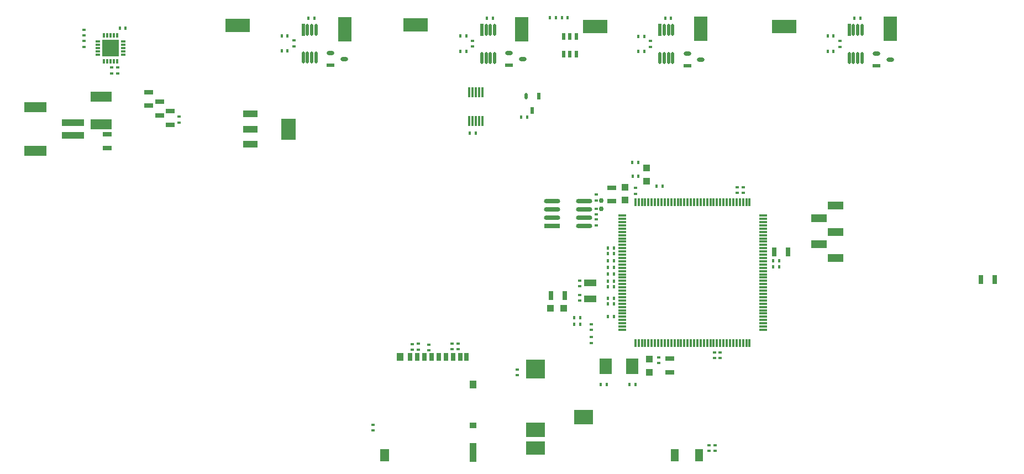
<source format=gbp>
%FSLAX33Y33*%
%MOMM*%
%AMRect-W370710-H570710-RO1.500*
21,1,0.37071,0.57071,0.,0.,90*%
%AMRR-H610710-W1188281-R305355-RO0.000*
21,1,0.577571,0.61071,0.,0.,360*
1,1,0.61071,-0.2887855,0.*
1,1,0.61071,0.2887855,0.*
1,1,0.61071,0.2887855,-0.*
1,1,0.61071,-0.2887855,0.*%
%AMRect-W370710-H570710-RO1.000*
21,1,0.37071,0.57071,0.,0.,180*%
%AMRect-W1856504-H497986-RO0.500*
21,1,1.856504,0.497986,0.,0.,270*%
%AMRR-H497986-W1856504-R248993-RO0.500*
21,1,1.358518,0.497986,0.,0.,270*
1,1,0.497986,0.,0.679259*
1,1,0.497986,0.,-0.679259*
1,1,0.497986,-0.,-0.679259*
1,1,0.497986,-0.,0.679259*%
%AMRect-W700000-H1200000-RO1.000*
21,1,0.7,1.2,0.,0.,180*%
%AMRect-W1000000-H1200000-RO1.000*
21,1,1.,1.2,0.,0.,180*%
%AMRect-W1000000-H800000-RO1.000*
21,1,1.,0.8,0.,0.,180*%
%AMRect-W1300000-H1900000-RO1.000*
21,1,1.3,1.9,0.,0.,180*%
%AMRect-W1000000-H2800000-RO1.000*
21,1,1.,2.8,0.,0.,180*%
%AMRect-W370710-H570710-RO0.500*
21,1,0.37071,0.57071,0.,0.,270*%
%AMRect-W670710-H1320710-RO1.500*
21,1,0.67071,1.32071,0.,0.,90*%
%AMRect-W1000000-H1800000-RO0.500*
21,1,1.,1.8,0.,0.,270*%
%AMRect-W2000000-H3800000-RO0.500*
21,1,2.,3.8,0.,0.,270*%
%AMRect-W2000000-H3800000-RO1.500*
21,1,2.,3.8,0.,0.,90*%
%AMRR-H535710-W1000710-R267855-RO0.500*
21,1,0.465,0.53571,0.,0.,270*
1,1,0.53571,0.,0.2325*
1,1,0.53571,0.,-0.2325*
1,1,0.53571,-0.,-0.2325*
1,1,0.53571,-0.,0.2325*%
%AMRect-W1000710-H535710-RO0.500*
21,1,1.00071,0.53571,0.,0.,270*%
%AMRect-W1000000-H1000000-RO0.500*
21,1,1.,1.,0.,0.,270*%
%AMRR-H663541-W2486025-R331770-RO0.000*
21,1,1.822485,0.663541,0.,0.,360*
21,1,2.486025,0.000001,0.,0.,360*
1,1,0.66354,-0.9112425,0.0000005*
1,1,0.66354,0.9112425,0.0000005*
1,1,0.66354,0.9112425,-0.0000005*
1,1,0.66354,-0.9112425,-0.0000005*%
%AMRect-W670710-H1320710-RO1.000*
21,1,0.67071,1.32071,0.,0.,180*%
%AMRect-W670710-H1320710-RO0.500*
21,1,0.67071,1.32071,0.,0.,270*%
%AMRect-W300000-H1200000-RO1.000*
21,1,0.3,1.2,0.,0.,180*%
%AMRect-W1200000-H300000-RO1.000*
21,1,1.2,0.3,0.,0.,180*%
%AMRect-W1500000-H3200000-RO0.500*
21,1,1.5,3.2,0.,0.,270*%
%AMRect-W1140000-H2290000-RO1.500*
21,1,1.14,2.29,0.,0.,90*%
%AMRect-W2500000-H2500000-RO0.500*
21,1,2.5,2.5,0.,0.,270*%
%AMRect-W730000-H300000-RO0.500*
21,1,0.73,0.3,0.,0.,270*%
%AMRect-W300000-H730000-RO0.500*
21,1,0.3,0.73,0.,0.,270*%
%AMRR-H750000-W750000-R375000-RO1.000*
1,1,0.75,0.,-0.*
1,1,0.75,-0.,-0.*
1,1,0.75,-0.,0.*
1,1,0.75,0.,0.*%
%AMRect-W1000000-H1000000-RO1.500*
21,1,1.,1.,0.,0.,90*%
%AMRect-W950000-H2150000-RO1.500*
21,1,0.95,2.15,0.,0.,90*%
%AMRect-W3250000-H2150000-RO1.500*
21,1,3.25,2.15,0.,0.,90*%
%AMRect-W2200000-H2800000-RO1.500*
21,1,2.2,2.8,0.,0.,90*%
%AMRect-W2800000-H2800000-RO1.500*
21,1,2.8,2.8,0.,0.,90*%
%AMRect-W2000000-H2800000-RO1.500*
21,1,2.,2.8,0.,0.,90*%
%AMRect-W1450000-H300000-RO0.500*
21,1,1.45,0.3,0.,0.,270*%
%ADD10Rect-W370710-H570710-RO1.500*%
%ADD11R,1.188281X0.61071*%
%ADD12RR-H610710-W1188281-R305355-RO0.000*%
%ADD13R,0.37071X0.57071*%
%ADD14Rect-W370710-H570710-RO1.000*%
%ADD15R,2.X3.8*%
%ADD16Rect-W1856504-H497986-RO0.500*%
%ADD17RR-H497986-W1856504-R248993-RO0.500*%
%ADD18Rect-W700000-H1200000-RO1.000*%
%ADD19Rect-W1000000-H1200000-RO1.000*%
%ADD20Rect-W1000000-H800000-RO1.000*%
%ADD21Rect-W1300000-H1900000-RO1.000*%
%ADD22Rect-W1000000-H2800000-RO1.000*%
%ADD23R,0.6X1.05*%
%ADD24Rect-W370710-H570710-RO0.500*%
%ADD25Rect-W670710-H1320710-RO1.500*%
%ADD26Rect-W1000000-H1800000-RO0.500*%
%ADD27Rect-W2000000-H3800000-RO0.500*%
%ADD28Rect-W2000000-H3800000-RO1.500*%
%ADD29RR-H535710-W1000710-R267855-RO0.500*%
%ADD30Rect-W1000710-H535710-RO0.500*%
%ADD31R,0.67071X1.32071*%
%ADD32R,1.291421X1.844948*%
%ADD33Rect-W1000000-H1000000-RO0.500*%
%ADD34R,2.486025X0.663541*%
%ADD35RR-H663541-W2486025-R331770-RO0.000*%
%ADD36Rect-W670710-H1320710-RO1.000*%
%ADD37Rect-W670710-H1320710-RO0.500*%
%ADD38Rect-W300000-H1200000-RO1.000*%
%ADD39Rect-W1200000-H300000-RO1.000*%
%ADD40Rect-W1500000-H3200000-RO0.500*%
%ADD41R,3.4X1.5*%
%ADD42R,3.5X1.*%
%ADD43Rect-W1140000-H2290000-RO1.500*%
%ADD44Rect-W2500000-H2500000-RO0.500*%
%ADD45Rect-W730000-H300000-RO0.500*%
%ADD46Rect-W300000-H730000-RO0.500*%
%ADD47RR-H750000-W750000-R375000-RO1.000*%
%ADD48Rect-W1000000-H1000000-RO1.500*%
%ADD49Rect-W950000-H2150000-RO1.500*%
%ADD50Rect-W3250000-H2150000-RO1.500*%
%ADD51R,1.9X2.4*%
%ADD52R,1.X1.*%
%ADD53Rect-W2200000-H2800000-RO1.500*%
%ADD54Rect-W2800000-H2800000-RO1.500*%
%ADD55Rect-W2000000-H2800000-RO1.500*%
%ADD56Rect-W1450000-H300000-RO0.500*%
D10*
%LNbottom paste_traces*%
%LNbottom paste component 6c77fb6828285894*%
G01*
X106325Y2075D03*
X106325Y2975D03*
%LNbottom paste component 57deb66949abf7f3*%
D11*
X102071Y61106D03*
D12*
X102071Y63006D03*
X104153Y62056D03*
%LNbottom paste component 103f1e833a8ae606*%
D13*
X84745Y21520D03*
X85645Y21520D03*
%LNbottom paste component 1a345c029338c5b0*%
X88816Y12295D03*
X89716Y12295D03*
%LNbottom paste component 9cc461a22457ed88*%
D14*
X98280Y42639D03*
X97380Y42639D03*
%LNbottom paste component dd1c5f44bff21e91*%
X85645Y22520D03*
X84745Y22520D03*
%LNbottom paste component 6625cb58229ce1a0*%
D13*
X89945Y27215D03*
X90845Y27215D03*
%LNbottom paste component e81b5fe52f0ffbc8*%
D15*
X104118Y66746D03*
%LNbottom paste component 376bf2a3b6f850f5*%
D13*
X98695Y68351D03*
X99595Y68351D03*
%LNbottom paste component c319054bbb44535d*%
D10*
X107130Y16305D03*
X107130Y17205D03*
%LNbottom paste component 9e20696bf75aee58*%
D13*
X89945Y32360D03*
X90845Y32360D03*
%LNbottom paste component aebf7640576b29f4*%
D10*
X88124Y38296D03*
X88124Y39196D03*
%LNbottom paste component 662934c5ea040131*%
D16*
X126889Y66580D03*
D17*
X127539Y66580D03*
X128189Y66580D03*
X128839Y66580D03*
X128839Y62278D03*
X128189Y62278D03*
X127539Y62278D03*
X126889Y62278D03*
%LNbottom paste component 271cc731edb2a7cc*%
D13*
X39947Y65709D03*
X40847Y65709D03*
%LNbottom paste component a6c9556ca11762e2*%
X89945Y31230D03*
X90845Y31230D03*
%LNbottom paste component ffe99316bcc25094*%
D18*
X59620Y16525D03*
X60720Y16525D03*
X61820Y16525D03*
X62920Y16525D03*
X64020Y16525D03*
X65120Y16525D03*
X66220Y16525D03*
X67320Y16525D03*
D19*
X58070Y16525D03*
X69220Y12225D03*
D20*
X69220Y6025D03*
D21*
X55720Y1425D03*
D18*
X68270Y16525D03*
D22*
X69220Y1875D03*
%LNbottom paste component 7a6712bfaa6a5733*%
D23*
X83150Y65615D03*
X84100Y65615D03*
X85050Y65615D03*
X85050Y62915D03*
X84100Y62915D03*
X83150Y62915D03*
%LNbottom paste component 5d1077b0710ee042*%
D24*
X87395Y19499D03*
X87395Y18599D03*
%LNbottom paste component 6e4de001a9bb0500*%
D25*
X21221Y53521D03*
X21221Y55621D03*
%LNbottom paste component 699f547d01377c70*%
D13*
X81025Y68516D03*
X81925Y68516D03*
%LNbottom paste component 870bf09e0b5c0424*%
D24*
X105425Y2975D03*
X105425Y2075D03*
%LNbottom paste component 91da17176f2c7119*%
D13*
X71411Y68410D03*
X72311Y68410D03*
%LNbottom paste component ede95a78f6e58166*%
X89945Y33165D03*
X90845Y33165D03*
%LNbottom paste component 4a47d71a10e4a52c*%
X127690Y68357D03*
X128590Y68357D03*
%LNbottom paste component 2180778f98263c72*%
D26*
X87245Y27844D03*
X87245Y25344D03*
%LNbottom paste component 9c2df5d4cd8eb606*%
D11*
X47425Y61175D03*
D12*
X47425Y63075D03*
X49507Y62125D03*
%LNbottom paste component ba616e29cb1e054c*%
D14*
X94158Y12295D03*
X93258Y12295D03*
%LNbottom paste component f776202d8572b35f*%
D24*
X96478Y64904D03*
X96478Y64004D03*
%LNbottom paste component 95125385224ea348*%
D27*
X60422Y67355D03*
%LNbottom paste component e7d0ef67afd8e3b2*%
D24*
X76007Y14564D03*
X76007Y13664D03*
%LNbottom paste component 436fce5061901f9d*%
D15*
X133175Y66750D03*
%LNbottom paste component eab60dd8b8402126*%
D24*
X66025Y18540D03*
X66025Y17640D03*
%LNbottom paste component 4a2f133cbe9c8948*%
D15*
X76700Y66735D03*
%LNbottom paste component ac7b5a64f94308cd*%
D28*
X87981Y67140D03*
%LNbottom paste component 48390e21da0b21b2*%
D29*
X77400Y56425D03*
D30*
X79300Y56425D03*
X78350Y54255D03*
%LNbottom paste component 86cf3804c1f81840*%
D31*
X81210Y25907D03*
X83310Y25907D03*
%LNbottom paste component ac43103f824eeeb8*%
D14*
X116145Y30290D03*
X115245Y30290D03*
%LNbottom paste component 51a7e782c7d40675*%
D24*
X62494Y18369D03*
X62494Y17469D03*
%LNbottom paste component b4224497cd0fda00*%
D25*
X22881Y52091D03*
X22881Y54191D03*
%LNbottom paste component be66c4744ae5378b*%
D13*
X39947Y63363D03*
X40847Y63363D03*
%LNbottom paste component 3e48f677b17fb62f*%
D10*
X9673Y65740D03*
X9673Y66640D03*
%LNbottom paste component 929ed0a272714bb5*%
D14*
X90845Y29210D03*
X89945Y29210D03*
%LNbottom paste component 794621346790aab4*%
D32*
X100173Y1392D03*
X103927Y1392D03*
%LNbottom paste component 3dc686e3e124887d*%
D24*
X94130Y42395D03*
X94130Y41495D03*
%LNbottom paste component 81b386dbb0794707*%
D10*
X85620Y25116D03*
X85620Y26016D03*
%LNbottom paste component 889ca82e9d95c562*%
X97745Y15535D03*
X97745Y16435D03*
%LNbottom paste component c8ac8ae86d1934c6*%
D33*
X95870Y43424D03*
X95870Y45424D03*
%LNbottom paste component 0ad4790fa0a8d2cf*%
D34*
X81407Y36600D03*
D35*
X81407Y37870D03*
X81407Y39140D03*
X81407Y40410D03*
X86245Y40410D03*
X86245Y39140D03*
X86245Y37870D03*
X86245Y36600D03*
%LNbottom paste component bd364c941d498707*%
D13*
X89945Y24646D03*
X90845Y24646D03*
%LNbottom paste component c24edfc7d2909253*%
D36*
X149197Y28375D03*
X147097Y28375D03*
%LNbottom paste component 4c36f046aa5e79f8*%
D13*
X68758Y50785D03*
X69658Y50785D03*
%LNbottom paste component 057108266a0d46aa*%
D33*
X92535Y40495D03*
X92535Y42495D03*
%LNbottom paste component 0d91d5e7a28225ad*%
D37*
X90545Y42430D03*
X90545Y40330D03*
%LNbottom paste component c760b5e604b3d89d*%
D14*
X116145Y31210D03*
X115245Y31210D03*
%LNbottom paste component 6e52bf300ab1e078*%
D38*
X111630Y18596D03*
X111130Y18596D03*
X110630Y18596D03*
X110130Y18596D03*
X109630Y18596D03*
X109130Y18596D03*
X108630Y18596D03*
X108130Y18596D03*
X107630Y18596D03*
X107130Y18596D03*
X106630Y18596D03*
X106130Y18596D03*
X105630Y18596D03*
X105130Y18596D03*
X104630Y18596D03*
X104130Y18596D03*
X103630Y18596D03*
X103130Y18596D03*
X102630Y18596D03*
X102130Y18596D03*
X101630Y18596D03*
X101130Y18596D03*
X100630Y18596D03*
X100130Y18596D03*
X99630Y18596D03*
X99130Y18596D03*
X98630Y18596D03*
X98130Y18596D03*
X97630Y18596D03*
X97130Y18596D03*
X96630Y18596D03*
X96130Y18596D03*
X95630Y18596D03*
X95130Y18596D03*
X94630Y18596D03*
X94130Y18596D03*
D39*
X92080Y20646D03*
X92080Y21146D03*
X92080Y21646D03*
X92080Y22146D03*
X92080Y22646D03*
X92080Y23146D03*
X92080Y23646D03*
X92080Y24146D03*
X92080Y24646D03*
X92080Y25146D03*
X92080Y25646D03*
X92080Y26146D03*
X92080Y26646D03*
X92080Y27146D03*
X92080Y27646D03*
X92080Y28146D03*
X92080Y28646D03*
X92080Y29146D03*
X92080Y29646D03*
X92080Y30146D03*
X92080Y30646D03*
X92080Y31146D03*
X92080Y31646D03*
X92080Y32146D03*
X92080Y32646D03*
X92080Y33146D03*
X92080Y33646D03*
X92080Y34146D03*
X92080Y34646D03*
X92080Y35146D03*
X92080Y35646D03*
X92080Y36146D03*
X92080Y36646D03*
X92080Y37146D03*
X92080Y37646D03*
X92080Y38146D03*
D38*
X94130Y40196D03*
X94630Y40196D03*
X95130Y40196D03*
X95630Y40196D03*
X96130Y40196D03*
X96630Y40196D03*
X97130Y40196D03*
X97630Y40196D03*
X98130Y40196D03*
X98630Y40196D03*
X99130Y40196D03*
X99630Y40196D03*
X100130Y40196D03*
X100630Y40196D03*
X101130Y40196D03*
X101630Y40196D03*
X102130Y40196D03*
X102630Y40196D03*
X103130Y40196D03*
X103630Y40196D03*
X104130Y40196D03*
X104630Y40196D03*
X105130Y40196D03*
X105630Y40196D03*
X106130Y40196D03*
X106630Y40196D03*
X107130Y40196D03*
X107630Y40196D03*
X108130Y40196D03*
X108630Y40196D03*
X109130Y40196D03*
X109630Y40196D03*
X110130Y40196D03*
X110630Y40196D03*
X111130Y40196D03*
X111630Y40196D03*
D39*
X113680Y38146D03*
X113680Y37646D03*
X113680Y37146D03*
X113680Y36646D03*
X113680Y36146D03*
X113680Y35646D03*
X113680Y35146D03*
X113680Y34646D03*
X113680Y34146D03*
X113680Y33646D03*
X113680Y33146D03*
X113680Y32646D03*
X113680Y32146D03*
X113680Y31646D03*
X113680Y31146D03*
X113680Y30646D03*
X113680Y30146D03*
X113680Y29646D03*
X113680Y29146D03*
X113680Y28646D03*
X113680Y28146D03*
X113680Y27646D03*
X113680Y27146D03*
X113680Y26646D03*
X113680Y26146D03*
X113680Y25646D03*
X113680Y25146D03*
X113680Y24646D03*
X113680Y24146D03*
X113680Y23646D03*
X113680Y23146D03*
X113680Y22646D03*
X113680Y22146D03*
X113680Y21646D03*
X113680Y21146D03*
X113680Y20646D03*
%LNbottom paste component adf725f494d4606d*%
D13*
X67309Y65699D03*
X68209Y65699D03*
%LNbottom paste component 4cc7ebdd968bdb88*%
D24*
X13918Y60825D03*
X13918Y59925D03*
%LNbottom paste component 94166215a82095ca*%
D13*
X89945Y28130D03*
X90845Y28130D03*
%LNbottom paste component 5b2566b75bc5cc6e*%
D40*
X12284Y56375D03*
X12284Y52175D03*
%LNbottom paste component 37d8075971b3358a*%
D41*
X2220Y48075D03*
X2220Y54775D03*
D42*
X7970Y52425D03*
X7970Y50425D03*
%LNbottom paste component f84e53ac3099d92c*%
D25*
X99385Y14132D03*
X99385Y16232D03*
%LNbottom paste component 305ac9df71b7261b*%
D13*
X89945Y30210D03*
X90845Y30210D03*
%LNbottom paste component e83e3ad7d60dfea8*%
D10*
X87395Y20601D03*
X87395Y21501D03*
%LNbottom paste component 84c7f1e7987823d4*%
D15*
X49625Y66725D03*
%LNbottom paste component 94ad8cbf5130aa47*%
D24*
X110695Y42520D03*
X110695Y41620D03*
%LNbottom paste component 631ad418aba9c268*%
D13*
X44050Y68421D03*
X44950Y68421D03*
%LNbottom paste component 4bb0c09cc5e8b9cd*%
D43*
X122220Y37725D03*
X124760Y39725D03*
X122220Y33725D03*
X124760Y35625D03*
X124760Y31625D03*
%LNbottom paste component 12ba33d6f75b2fc3*%
D44*
X13693Y63795D03*
D45*
X12693Y65760D03*
X13193Y65760D03*
X13693Y65760D03*
X14193Y65760D03*
X14693Y65760D03*
X14693Y61830D03*
X14193Y61830D03*
X13693Y61830D03*
X13193Y61830D03*
X12693Y61830D03*
D46*
X15658Y64795D03*
X15658Y64295D03*
X15658Y63795D03*
X15658Y63295D03*
X15658Y62795D03*
X11728Y62795D03*
X11728Y63295D03*
X11728Y63795D03*
X11728Y64295D03*
X11728Y64795D03*
%LNbottom paste component bdb34aa17cedfe69*%
D25*
X19560Y54985D03*
X19560Y57085D03*
%LNbottom paste component c7f85098566124e2*%
D16*
X97894Y66574D03*
D17*
X98544Y66574D03*
X99194Y66574D03*
X99844Y66574D03*
X99844Y62272D03*
X99194Y62272D03*
X98544Y62272D03*
X97894Y62272D03*
%LNbottom paste component 429a6545c24044ee*%
D24*
X53925Y6090D03*
X53925Y5190D03*
%LNbottom paste component 19c6cde67bfb4e94*%
D47*
X88900Y40421D03*
X88900Y40421D03*
%LNbottom paste component a2a184ca20681696*%
D28*
X33149Y67324D03*
%LNbottom paste component 28227732a78a7cb8*%
D13*
X89945Y22646D03*
X90845Y22646D03*
%LNbottom paste component 1b3a137fb4c8f301*%
X123587Y65646D03*
X124487Y65646D03*
%LNbottom paste component 89296f763a6b0cea*%
D24*
X66959Y18554D03*
X66959Y17654D03*
%LNbottom paste component 4877b0f46142e2cf*%
D11*
X131065Y61112D03*
D12*
X131065Y63012D03*
X133147Y62062D03*
%LNbottom paste component 7b070454a9c77887*%
D16*
X43249Y66643D03*
D17*
X43899Y66643D03*
X44549Y66643D03*
X45199Y66643D03*
X45199Y62342D03*
X44549Y62342D03*
X43899Y62342D03*
X43249Y62342D03*
%LNbottom paste component 8718293aa2cb5ee0*%
D24*
X14843Y60825D03*
X14843Y59925D03*
%LNbottom paste component 3ea465c7e1ce99aa*%
D47*
X88900Y39221D03*
X88900Y39221D03*
%LNbottom paste component 8d70596878bac125*%
D24*
X88124Y37578D03*
X88124Y36678D03*
%LNbottom paste component bfcb492bf855c37c*%
D10*
X9673Y63980D03*
X9673Y64880D03*
%LNbottom paste component 9c1d29d60950868d*%
D24*
X59970Y18471D03*
X59970Y17571D03*
%LNbottom paste component ac8a15ef0c9ae2fa*%
D48*
X96235Y16120D03*
X96235Y14120D03*
%LNbottom paste component e9bbd1de8cfa4370*%
D24*
X41833Y64974D03*
X41833Y64074D03*
%LNbottom paste component 0657044e83eb0037*%
D13*
X67309Y63352D03*
X68209Y63352D03*
%LNbottom paste component 4f22a85c58de3f60*%
D49*
X35175Y49110D03*
X35175Y51410D03*
X35175Y53710D03*
D50*
X40975Y51410D03*
%LNbottom paste component 6e72e76db259bf91*%
D13*
X82875Y68516D03*
X83775Y68516D03*
%LNbottom paste component 0762995cfe454123*%
D51*
X89580Y15049D03*
X93680Y15049D03*
%LNbottom paste component d2afa2a82e9796c3*%
D13*
X123587Y63299D03*
X124487Y63299D03*
%LNbottom paste component 16a17e7aca4c2d88*%
D14*
X90845Y25480D03*
X89945Y25480D03*
%LNbottom paste component e6458041b3a6e023*%
D24*
X125472Y64910D03*
X125472Y64010D03*
%LNbottom paste component 3d3246866b97b079*%
X69194Y64963D03*
X69194Y64063D03*
%LNbottom paste component 3e9516a4c0f05038*%
D52*
X83145Y23931D03*
X81145Y23931D03*
%LNbottom paste component b5424ddd2021d52a*%
D25*
X13224Y48525D03*
X13224Y50625D03*
%LNbottom paste component 3f08c77576248507*%
D53*
X86232Y7235D03*
X78832Y5335D03*
D54*
X78832Y14635D03*
D55*
X78832Y2535D03*
%LNbottom paste component ca3ee4759af5035e*%
D11*
X74786Y61165D03*
D12*
X74786Y63065D03*
X76869Y62115D03*
%LNbottom paste component 5503f14c664041ee*%
D14*
X77518Y53235D03*
X76618Y53235D03*
%LNbottom paste component 092b1c31e3ece9a8*%
D13*
X93701Y44210D03*
X94601Y44210D03*
%LNbottom paste component f0704222e2b177cf*%
X94593Y65640D03*
X95493Y65640D03*
%LNbottom paste component b8cbee562701c7a9*%
D36*
X117530Y32565D03*
X115430Y32565D03*
%LNbottom paste component f4b69ed6fbb75d86*%
D13*
X93675Y46300D03*
X94575Y46300D03*
%LNbottom paste component 780624b7563f9ea2*%
D24*
X85620Y28210D03*
X85620Y27310D03*
%LNbottom paste component 5285739ff7747fbc*%
X60850Y18490D03*
X60850Y17590D03*
%LNbottom paste component 3a095c9a87070f43*%
D28*
X116940Y67096D03*
%LNbottom paste component 013753e3cc1ba7b8*%
D56*
X68658Y57075D03*
X69158Y57075D03*
X69658Y57075D03*
X70158Y57075D03*
X70658Y57075D03*
X70658Y52675D03*
X70158Y52675D03*
X69658Y52675D03*
X69158Y52675D03*
X68658Y52675D03*
%LNbottom paste component 75cef43a1ab3964c*%
D24*
X109695Y42520D03*
X109695Y41620D03*
%LNbottom paste component 6473543272afc03c*%
D16*
X70610Y66633D03*
D17*
X71260Y66633D03*
X71910Y66633D03*
X72560Y66633D03*
X72560Y62331D03*
X71910Y62331D03*
X71260Y62331D03*
X70610Y62331D03*
%LNbottom paste component 991436276d853757*%
D13*
X94593Y63293D03*
X95493Y63293D03*
%LNbottom paste component 81358ec50ea6f5d7*%
X15123Y66875D03*
X16023Y66875D03*
%LNbottom paste component 5b64f66fd4ee2ca1*%
D10*
X24225Y52400D03*
X24225Y53300D03*
%LNbottom paste component 45697f5d92883bf2*%
D24*
X88124Y41380D03*
X88124Y40480D03*
%LNbottom paste component ef1ef3070985558a*%
D10*
X106266Y16295D03*
X106266Y17195D03*
M02*
</source>
